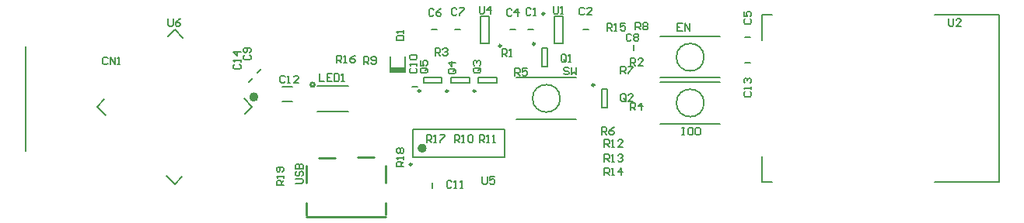
<source format=gto>
G04 Layer_Color=65535*
%FSLAX24Y24*%
%MOIN*%
G70*
G01*
G75*
%ADD40C,0.0079*%
%ADD42C,0.0197*%
%ADD43C,0.0098*%
%ADD55C,0.0200*%
%ADD56C,0.0100*%
%ADD57C,0.0080*%
%ADD58C,0.0050*%
%ADD59R,0.0630X0.0217*%
D40*
X28485Y5837D02*
G03*
X28485Y5837I-591J0D01*
G01*
Y3868D02*
G03*
X28485Y3868I-591J0D01*
G01*
X22318Y4065D02*
G03*
X22318Y4065I-591J0D01*
G01*
X17638Y4734D02*
X18425D01*
X17638D02*
Y4971D01*
X18425D01*
Y4734D02*
Y4971D01*
X16457Y4734D02*
X17244D01*
X16457D02*
Y4971D01*
X17244D01*
Y4734D02*
Y4971D01*
X18819Y4734D02*
X19606D01*
X18819D02*
Y4971D01*
X19606D01*
Y4734D02*
Y4971D01*
X24094Y3671D02*
Y4459D01*
X24331D01*
Y3671D02*
Y4459D01*
X24094Y3671D02*
X24331D01*
X20157Y7018D02*
X20394D01*
X20945D02*
X21181D01*
X23307D02*
X23543D01*
X17795D02*
X18031D01*
X16811D02*
X17047D01*
X8972Y4769D02*
X9139Y4936D01*
X22057Y6447D02*
Y7589D01*
X22431D01*
Y6447D02*
Y7589D01*
X22057Y6447D02*
X22431D01*
X15980Y4557D02*
X16217D01*
X9339Y5162D02*
X9506Y5329D01*
X25457Y6118D02*
Y6354D01*
X30236Y6703D02*
X30472D01*
X30236Y5608D02*
X30472D01*
X16007Y1526D02*
X19944D01*
X16007Y2746D02*
X19944D01*
X16007Y1526D02*
Y2746D01*
X19944Y1526D02*
Y2746D01*
X16850Y207D02*
Y443D01*
X-610Y1815D02*
Y6315D01*
X10413Y3947D02*
X10846D01*
X10413Y4577D02*
X10846D01*
X19282Y6447D02*
Y7589D01*
X18907Y6447D02*
X19282D01*
X18907D02*
Y7589D01*
X19282D01*
X11890Y4616D02*
X13248D01*
X11890Y3514D02*
X13248Y3514D01*
X21535Y5443D02*
Y6230D01*
X21772D01*
Y5443D02*
Y6230D01*
X21535Y5443D02*
X21772D01*
X26615Y4951D02*
X29174D01*
X26615Y6723D02*
X29174Y6723D01*
X26615Y2982D02*
X29174D01*
X26615Y4754D02*
X29174Y4754D01*
X20448Y3179D02*
X23007D01*
X20448Y4951D02*
X23007Y4951D01*
X15039Y5207D02*
Y5876D01*
X15669Y5207D02*
X15669Y5876D01*
X15039Y5207D02*
X15669D01*
X16595Y2175D02*
Y2490D01*
X16753D01*
X16805Y2438D01*
Y2333D01*
X16753Y2280D01*
X16595D01*
X16700D02*
X16805Y2175D01*
X16910D02*
X17015D01*
X16963D01*
Y2490D01*
X16910Y2438D01*
X17172Y2490D02*
X17382D01*
Y2438D01*
X17172Y2228D01*
Y2175D01*
X16586Y5372D02*
X16377D01*
X16324Y5320D01*
Y5215D01*
X16377Y5162D01*
X16586D01*
X16639Y5215D01*
Y5320D01*
X16534Y5267D02*
X16639Y5372D01*
Y5320D02*
X16586Y5372D01*
X16324Y5687D02*
Y5477D01*
X16482D01*
X16429Y5582D01*
Y5635D01*
X16482Y5687D01*
X16586D01*
X16639Y5635D01*
Y5530D01*
X16586Y5477D01*
X17786Y5338D02*
X17576D01*
X17524Y5286D01*
Y5181D01*
X17576Y5128D01*
X17786D01*
X17839Y5181D01*
Y5286D01*
X17734Y5233D02*
X17839Y5338D01*
Y5286D02*
X17786Y5338D01*
X17839Y5600D02*
X17524D01*
X17681Y5443D01*
Y5653D01*
X18855Y5377D02*
X18645D01*
X18593Y5325D01*
Y5220D01*
X18645Y5167D01*
X18855D01*
X18907Y5220D01*
Y5325D01*
X18803Y5272D02*
X18907Y5377D01*
Y5325D02*
X18855Y5377D01*
X18645Y5482D02*
X18593Y5535D01*
Y5640D01*
X18645Y5692D01*
X18698D01*
X18750Y5640D01*
Y5587D01*
Y5640D01*
X18803Y5692D01*
X18855D01*
X18907Y5640D01*
Y5535D01*
X18855Y5482D01*
X25131Y3999D02*
Y4209D01*
X25079Y4262D01*
X24974D01*
X24921Y4209D01*
Y3999D01*
X24974Y3947D01*
X25079D01*
X25026Y4052D02*
X25131Y3947D01*
X25079D02*
X25131Y3999D01*
X25446Y3947D02*
X25236D01*
X25446Y4157D01*
Y4209D01*
X25394Y4262D01*
X25289D01*
X25236Y4209D01*
X22572Y5692D02*
Y5902D01*
X22520Y5955D01*
X22415D01*
X22362Y5902D01*
Y5692D01*
X22415Y5640D01*
X22520D01*
X22467Y5745D02*
X22572Y5640D01*
X22520D02*
X22572Y5692D01*
X22677Y5640D02*
X22782D01*
X22730D01*
Y5955D01*
X22677Y5902D01*
X22691Y5351D02*
X22638Y5404D01*
X22534D01*
X22481Y5351D01*
Y5299D01*
X22534Y5246D01*
X22638D01*
X22691Y5194D01*
Y5141D01*
X22638Y5089D01*
X22534D01*
X22481Y5141D01*
X22796Y5404D02*
Y5089D01*
X22901Y5194D01*
X23006Y5089D01*
Y5404D01*
X24213Y1349D02*
Y1663D01*
X24370D01*
X24423Y1611D01*
Y1506D01*
X24370Y1453D01*
X24213D01*
X24318D02*
X24423Y1349D01*
X24527D02*
X24632D01*
X24580D01*
Y1663D01*
X24527Y1611D01*
X24790D02*
X24842Y1663D01*
X24947D01*
X25000Y1611D01*
Y1558D01*
X24947Y1506D01*
X24895D01*
X24947D01*
X25000Y1453D01*
Y1401D01*
X24947Y1349D01*
X24842D01*
X24790Y1401D01*
X24213Y758D02*
Y1073D01*
X24370D01*
X24423Y1020D01*
Y915D01*
X24370Y863D01*
X24213D01*
X24318D02*
X24423Y758D01*
X24527D02*
X24632D01*
X24580D01*
Y1073D01*
X24527Y1020D01*
X24947Y758D02*
Y1073D01*
X24790Y915D01*
X25000D01*
X24213Y1978D02*
Y2293D01*
X24370D01*
X24423Y2241D01*
Y2136D01*
X24370Y2083D01*
X24213D01*
X24318D02*
X24423Y1978D01*
X24527D02*
X24632D01*
X24580D01*
Y2293D01*
X24527Y2241D01*
X25000Y1978D02*
X24790D01*
X25000Y2188D01*
Y2241D01*
X24947Y2293D01*
X24842D01*
X24790Y2241D01*
X12008Y5128D02*
Y4813D01*
X12218D01*
X12533Y5128D02*
X12323D01*
Y4813D01*
X12533D01*
X12323Y4971D02*
X12428D01*
X12638Y5128D02*
Y4813D01*
X12795D01*
X12847Y4866D01*
Y5075D01*
X12795Y5128D01*
X12638D01*
X12952Y4813D02*
X13057D01*
X13005D01*
Y5128D01*
X12952Y5075D01*
X8793Y5929D02*
X8740Y5876D01*
Y5771D01*
X8793Y5719D01*
X9003D01*
X9055Y5771D01*
Y5876D01*
X9003Y5929D01*
Y6033D02*
X9055Y6086D01*
Y6191D01*
X9003Y6243D01*
X8793D01*
X8740Y6191D01*
Y6086D01*
X8793Y6033D01*
X8845D01*
X8898Y6086D01*
Y6243D01*
X15919Y5364D02*
X15866Y5312D01*
Y5207D01*
X15919Y5154D01*
X16129D01*
X16181Y5207D01*
Y5312D01*
X16129Y5364D01*
X16181Y5469D02*
Y5574D01*
Y5521D01*
X15866D01*
X15919Y5469D01*
Y5731D02*
X15866Y5784D01*
Y5889D01*
X15919Y5941D01*
X16129D01*
X16181Y5889D01*
Y5784D01*
X16129Y5731D01*
X15919D01*
X22032Y8022D02*
Y7759D01*
X22084Y7707D01*
X22189D01*
X22241Y7759D01*
Y8022D01*
X22346Y7707D02*
X22451D01*
X22399D01*
Y8022D01*
X22346Y7969D01*
X18858Y8022D02*
Y7759D01*
X18911Y7707D01*
X19016D01*
X19068Y7759D01*
Y8022D01*
X19331Y7707D02*
Y8022D01*
X19173Y7864D01*
X19383D01*
X16968Y5915D02*
Y6230D01*
X17126D01*
X17178Y6178D01*
Y6073D01*
X17126Y6020D01*
X16968D01*
X17073D02*
X17178Y5915D01*
X17283Y6178D02*
X17336Y6230D01*
X17441D01*
X17493Y6178D01*
Y6125D01*
X17441Y6073D01*
X17388D01*
X17441D01*
X17493Y6020D01*
Y5968D01*
X17441Y5915D01*
X17336D01*
X17283Y5968D01*
X8360Y5535D02*
X8307Y5482D01*
Y5377D01*
X8360Y5325D01*
X8570D01*
X8622Y5377D01*
Y5482D01*
X8570Y5535D01*
X8622Y5640D02*
Y5745D01*
Y5692D01*
X8307D01*
X8360Y5640D01*
X8622Y6060D02*
X8307D01*
X8465Y5902D01*
Y6112D01*
X30249Y4350D02*
X30197Y4297D01*
Y4192D01*
X30249Y4140D01*
X30459D01*
X30512Y4192D01*
Y4297D01*
X30459Y4350D01*
X30512Y4455D02*
Y4560D01*
Y4507D01*
X30197D01*
X30249Y4455D01*
Y4717D02*
X30197Y4770D01*
Y4875D01*
X30249Y4927D01*
X30302D01*
X30354Y4875D01*
Y4822D01*
Y4875D01*
X30407Y4927D01*
X30459D01*
X30512Y4875D01*
Y4770D01*
X30459Y4717D01*
X16903Y7871D02*
X16850Y7923D01*
X16745D01*
X16693Y7871D01*
Y7661D01*
X16745Y7608D01*
X16850D01*
X16903Y7661D01*
X17218Y7923D02*
X17113Y7871D01*
X17008Y7766D01*
Y7661D01*
X17060Y7608D01*
X17165D01*
X17218Y7661D01*
Y7713D01*
X17165Y7766D01*
X17008D01*
X17887Y7910D02*
X17835Y7963D01*
X17730D01*
X17677Y7910D01*
Y7700D01*
X17730Y7648D01*
X17835D01*
X17887Y7700D01*
X17992Y7963D02*
X18202D01*
Y7910D01*
X17992Y7700D01*
Y7648D01*
X23360Y7921D02*
X23307Y7973D01*
X23202D01*
X23150Y7921D01*
Y7711D01*
X23202Y7658D01*
X23307D01*
X23360Y7711D01*
X23674Y7658D02*
X23464D01*
X23674Y7868D01*
Y7921D01*
X23622Y7973D01*
X23517D01*
X23464Y7921D01*
X21071Y7910D02*
X21019Y7963D01*
X20914D01*
X20861Y7910D01*
Y7700D01*
X20914Y7648D01*
X21019D01*
X21071Y7700D01*
X21176Y7648D02*
X21281D01*
X21229D01*
Y7963D01*
X21176Y7910D01*
X25367Y6794D02*
X25315Y6846D01*
X25210D01*
X25157Y6794D01*
Y6584D01*
X25210Y6532D01*
X25315D01*
X25367Y6584D01*
X25472Y6794D02*
X25525Y6846D01*
X25630D01*
X25682Y6794D01*
Y6742D01*
X25630Y6689D01*
X25682Y6637D01*
Y6584D01*
X25630Y6532D01*
X25525D01*
X25472Y6584D01*
Y6637D01*
X25525Y6689D01*
X25472Y6742D01*
Y6794D01*
X25525Y6689D02*
X25630D01*
X30249Y7484D02*
X30197Y7431D01*
Y7326D01*
X30249Y7274D01*
X30459D01*
X30512Y7326D01*
Y7431D01*
X30459Y7484D01*
X30197Y7799D02*
Y7589D01*
X30354D01*
X30302Y7694D01*
Y7746D01*
X30354Y7799D01*
X30459D01*
X30512Y7746D01*
Y7641D01*
X30459Y7589D01*
X20249Y7871D02*
X20197Y7923D01*
X20092D01*
X20039Y7871D01*
Y7661D01*
X20092Y7608D01*
X20197D01*
X20249Y7661D01*
X20512Y7608D02*
Y7923D01*
X20354Y7766D01*
X20564D01*
X5512Y7490D02*
Y7228D01*
X5564Y7175D01*
X5669D01*
X5722Y7228D01*
Y7490D01*
X6037D02*
X5932Y7438D01*
X5827Y7333D01*
Y7228D01*
X5879Y7175D01*
X5984D01*
X6037Y7228D01*
Y7280D01*
X5984Y7333D01*
X5827D01*
X10525Y4997D02*
X10472Y5049D01*
X10367D01*
X10315Y4997D01*
Y4787D01*
X10367Y4734D01*
X10472D01*
X10525Y4787D01*
X10630Y4734D02*
X10735D01*
X10682D01*
Y5049D01*
X10630Y4997D01*
X11102Y4734D02*
X10892D01*
X11102Y4944D01*
Y4997D01*
X11050Y5049D01*
X10945D01*
X10892Y4997D01*
X2926Y5784D02*
X2874Y5837D01*
X2769D01*
X2717Y5784D01*
Y5574D01*
X2769Y5522D01*
X2874D01*
X2926Y5574D01*
X3031Y5522D02*
Y5837D01*
X3241Y5522D01*
Y5837D01*
X3346Y5522D02*
X3451D01*
X3399D01*
Y5837D01*
X3346Y5784D01*
X38976Y7494D02*
Y7231D01*
X39029Y7179D01*
X39134D01*
X39186Y7231D01*
Y7494D01*
X39501Y7179D02*
X39291D01*
X39501Y7389D01*
Y7441D01*
X39449Y7494D01*
X39344D01*
X39291Y7441D01*
X25340Y3563D02*
Y3878D01*
X25497D01*
X25550Y3825D01*
Y3721D01*
X25497Y3668D01*
X25340D01*
X25445D02*
X25550Y3563D01*
X25812D02*
Y3878D01*
X25655Y3721D01*
X25865D01*
X25340Y5482D02*
Y5797D01*
X25497D01*
X25550Y5745D01*
Y5640D01*
X25497Y5587D01*
X25340D01*
X25445D02*
X25550Y5482D01*
X25865D02*
X25655D01*
X25865Y5692D01*
Y5745D01*
X25812Y5797D01*
X25707D01*
X25655Y5745D01*
X17671Y469D02*
X17618Y522D01*
X17513D01*
X17461Y469D01*
Y259D01*
X17513Y207D01*
X17618D01*
X17671Y259D01*
X17775Y207D02*
X17880D01*
X17828D01*
Y522D01*
X17775Y469D01*
X18038Y207D02*
X18143D01*
X18090D01*
Y522D01*
X18038Y469D01*
X19828Y5876D02*
Y6191D01*
X19985D01*
X20038Y6138D01*
Y6034D01*
X19985Y5981D01*
X19828D01*
X19933D02*
X20038Y5876D01*
X20143D02*
X20248D01*
X20195D01*
Y6191D01*
X20143Y6138D01*
X20379Y5049D02*
Y5364D01*
X20537D01*
X20589Y5312D01*
Y5207D01*
X20537Y5154D01*
X20379D01*
X20484D02*
X20589Y5049D01*
X20904Y5364D02*
X20694D01*
Y5207D01*
X20799Y5259D01*
X20851D01*
X20904Y5207D01*
Y5102D01*
X20851Y5049D01*
X20746D01*
X20694Y5102D01*
X24105Y2514D02*
Y2829D01*
X24262D01*
X24315Y2777D01*
Y2672D01*
X24262Y2619D01*
X24105D01*
X24210D02*
X24315Y2514D01*
X24630Y2829D02*
X24525Y2777D01*
X24420Y2672D01*
Y2567D01*
X24472Y2514D01*
X24577D01*
X24630Y2567D01*
Y2619D01*
X24577Y2672D01*
X24420D01*
X24921Y5128D02*
Y5443D01*
X25079D01*
X25131Y5390D01*
Y5286D01*
X25079Y5233D01*
X24921D01*
X25026D02*
X25131Y5128D01*
X25236Y5443D02*
X25446D01*
Y5390D01*
X25236Y5181D01*
Y5128D01*
X25551Y7018D02*
Y7333D01*
X25709D01*
X25761Y7280D01*
Y7175D01*
X25709Y7123D01*
X25551D01*
X25656D02*
X25761Y7018D01*
X25866Y7280D02*
X25919Y7333D01*
X26023D01*
X26076Y7280D01*
Y7228D01*
X26023Y7175D01*
X26076Y7123D01*
Y7070D01*
X26023Y7018D01*
X25919D01*
X25866Y7070D01*
Y7123D01*
X25919Y7175D01*
X25866Y7228D01*
Y7280D01*
X25919Y7175D02*
X26023D01*
X13898Y5541D02*
Y5856D01*
X14055D01*
X14108Y5804D01*
Y5699D01*
X14055Y5646D01*
X13898D01*
X14003D02*
X14108Y5541D01*
X14212Y5594D02*
X14265Y5541D01*
X14370D01*
X14422Y5594D01*
Y5804D01*
X14370Y5856D01*
X14265D01*
X14212Y5804D01*
Y5751D01*
X14265Y5699D01*
X14422D01*
X17795Y2175D02*
Y2490D01*
X17953D01*
X18005Y2438D01*
Y2333D01*
X17953Y2280D01*
X17795D01*
X17900D02*
X18005Y2175D01*
X18110D02*
X18215D01*
X18163D01*
Y2490D01*
X18110Y2438D01*
X18373D02*
X18425Y2490D01*
X18530D01*
X18582Y2438D01*
Y2228D01*
X18530Y2175D01*
X18425D01*
X18373Y2228D01*
Y2438D01*
X18858Y2175D02*
Y2490D01*
X19016D01*
X19068Y2438D01*
Y2333D01*
X19016Y2280D01*
X18858D01*
X18963D02*
X19068Y2175D01*
X19173D02*
X19278D01*
X19226D01*
Y2490D01*
X19173Y2438D01*
X19436Y2175D02*
X19540D01*
X19488D01*
Y2490D01*
X19436Y2438D01*
X24331Y6978D02*
Y7293D01*
X24488D01*
X24541Y7241D01*
Y7136D01*
X24488Y7083D01*
X24331D01*
X24436D02*
X24541Y6978D01*
X24646D02*
X24751D01*
X24698D01*
Y7293D01*
X24646Y7241D01*
X25118Y7293D02*
X24908D01*
Y7136D01*
X25013Y7188D01*
X25065D01*
X25118Y7136D01*
Y7031D01*
X25065Y6978D01*
X24960D01*
X24908Y7031D01*
X12736Y5601D02*
Y5915D01*
X12894D01*
X12946Y5863D01*
Y5758D01*
X12894Y5705D01*
X12736D01*
X12841D02*
X12946Y5601D01*
X13051D02*
X13156D01*
X13104D01*
Y5915D01*
X13051Y5863D01*
X13523Y5915D02*
X13418Y5863D01*
X13313Y5758D01*
Y5653D01*
X13366Y5601D01*
X13471D01*
X13523Y5653D01*
Y5705D01*
X13471Y5758D01*
X13313D01*
X15618Y1132D02*
X15303D01*
Y1289D01*
X15355Y1342D01*
X15460D01*
X15513Y1289D01*
Y1132D01*
Y1237D02*
X15618Y1342D01*
Y1447D02*
Y1552D01*
Y1499D01*
X15303D01*
X15355Y1447D01*
Y1709D02*
X15303Y1762D01*
Y1867D01*
X15355Y1919D01*
X15408D01*
X15460Y1867D01*
X15513Y1919D01*
X15565D01*
X15618Y1867D01*
Y1762D01*
X15565Y1709D01*
X15513D01*
X15460Y1762D01*
X15408Y1709D01*
X15355D01*
X15460Y1762D02*
Y1867D01*
X10472Y325D02*
X10158D01*
Y482D01*
X10210Y535D01*
X10315D01*
X10367Y482D01*
Y325D01*
Y430D02*
X10472Y535D01*
Y640D02*
Y745D01*
Y692D01*
X10158D01*
X10210Y640D01*
X10420Y902D02*
X10472Y955D01*
Y1060D01*
X10420Y1112D01*
X10210D01*
X10158Y1060D01*
Y955D01*
X10210Y902D01*
X10263D01*
X10315Y955D01*
Y1112D01*
X18985Y696D02*
Y434D01*
X19037Y381D01*
X19142D01*
X19194Y434D01*
Y696D01*
X19509D02*
X19299D01*
Y539D01*
X19404Y591D01*
X19457D01*
X19509Y539D01*
Y434D01*
X19457Y381D01*
X19352D01*
X19299Y434D01*
X27558Y7283D02*
X27348D01*
Y6969D01*
X27558D01*
X27348Y7126D02*
X27453D01*
X27662Y6969D02*
Y7283D01*
X27872Y6969D01*
Y7283D01*
X27540Y2805D02*
X27645D01*
X27593D01*
Y2490D01*
X27540D01*
X27645D01*
X27960Y2805D02*
X27855D01*
X27802Y2753D01*
Y2543D01*
X27855Y2490D01*
X27960D01*
X28012Y2543D01*
Y2753D01*
X27960Y2805D01*
X28117Y2753D02*
X28170Y2805D01*
X28275D01*
X28327Y2753D01*
Y2543D01*
X28275Y2490D01*
X28170D01*
X28117Y2543D01*
Y2753D01*
X10984Y404D02*
X11247D01*
X11299Y456D01*
Y561D01*
X11247Y614D01*
X10984D01*
X11037Y928D02*
X10984Y876D01*
Y771D01*
X11037Y719D01*
X11089D01*
X11142Y771D01*
Y876D01*
X11194Y928D01*
X11247D01*
X11299Y876D01*
Y771D01*
X11247Y719D01*
X10984Y1033D02*
X11299D01*
Y1191D01*
X11247Y1243D01*
X11194D01*
X11142Y1191D01*
Y1033D01*
Y1191D01*
X11089Y1243D01*
X11037D01*
X10984Y1191D01*
Y1033D01*
X15303Y6565D02*
X15618D01*
Y6723D01*
X15565Y6775D01*
X15355D01*
X15303Y6723D01*
Y6565D01*
X15618Y6880D02*
Y6985D01*
Y6932D01*
X15303D01*
X15355Y6880D01*
D42*
X16499Y1919D02*
G03*
X16499Y1919I-98J0D01*
G01*
D43*
X17510Y4380D02*
G03*
X17510Y4380I-49J0D01*
G01*
X16329D02*
G03*
X16329Y4380I-49J0D01*
G01*
X18691D02*
G03*
X18691Y4380I-49J0D01*
G01*
X23789Y4636D02*
G03*
X23789Y4636I-49J0D01*
G01*
X21644Y7707D02*
G03*
X21644Y7707I-49J0D01*
G01*
X15958Y1221D02*
G03*
X15958Y1221I-49J0D01*
G01*
X19793Y6329D02*
G03*
X19793Y6329I-49J0D01*
G01*
X21230Y6408D02*
G03*
X21230Y6408I-49J0D01*
G01*
D55*
X9286Y4125D02*
G03*
X9286Y4125I-100J0D01*
G01*
D56*
X11791Y4656D02*
G03*
X11791Y4656I-88J0D01*
G01*
X11969Y1516D02*
X12658D01*
X11449Y-1022D02*
X14850Y-1022D01*
X13641Y1517D02*
X14330D01*
X11449Y-969D02*
Y-443D01*
Y448D02*
Y1163D01*
X14850Y-949D02*
Y-443D01*
Y448D02*
Y1163D01*
D57*
X41125Y7658D02*
X41125Y472D01*
X38363Y472D02*
X41125Y472D01*
X38363Y7658D02*
X41125D01*
X30985Y472D02*
X31390D01*
X30985D02*
Y1565D01*
X30985Y7658D02*
X31390Y7658D01*
X30985Y6565D02*
X30985Y7658D01*
D58*
X8797Y3383D02*
X9115Y3701D01*
X8761Y4054D02*
X9115Y3701D01*
X5792Y377D02*
X6110Y696D01*
X5438Y731D02*
X5792Y377D01*
X2468Y3701D02*
X2822Y3347D01*
X2468Y3701D02*
X2786Y4019D01*
X5509Y6741D02*
X5792Y7024D01*
X6145Y6671D01*
D59*
X15354Y5315D02*
D03*
M02*

</source>
